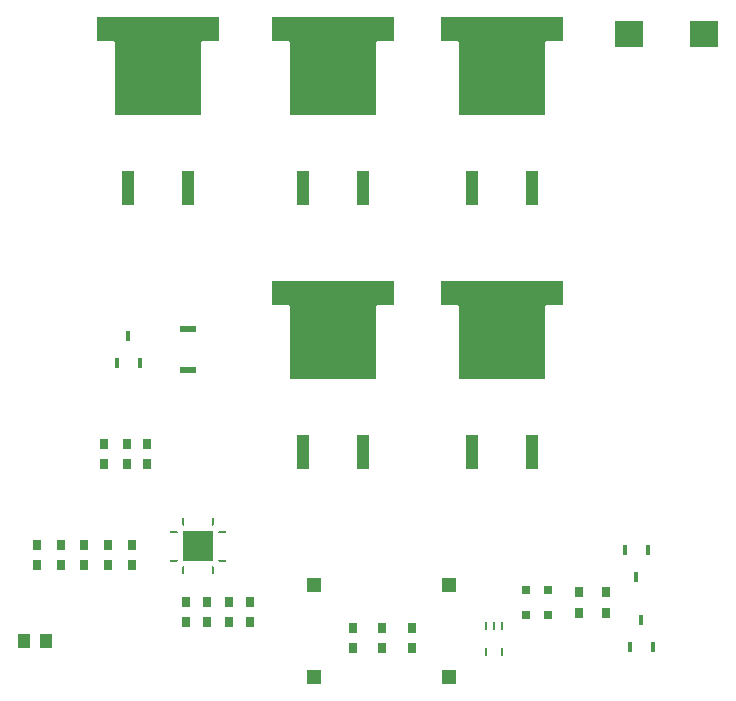
<source format=gbr>
G04 DipTrace 3.2.0.0*
G04 shoulder_mc_pcb_TopPaste.gbr*
%MOMM*%
G04 #@! TF.FileFunction,Paste,Top*
G04 #@! TF.Part,Single*
%AMOUTLINE2*
4,1,16,
5.2,2.075,
3.75,2.075,
3.71173,2.06739,
3.67929,2.04571,
3.65761,2.01327,
3.65,1.975,
3.65,-4.125,
-3.65,-4.125,
-3.65,1.975,
-3.65761,2.01327,
-3.67929,2.04571,
-3.71173,2.06739,
-3.75,2.075,
-5.2,2.075,
-5.2,4.125,
5.2,4.125,
5.2,2.075,
0*%
%AMOUTLINE5*
4,1,5,
-0.05,-0.325,
-0.05,0.325,
0.00858,0.325,
0.05,0.28358,
0.05,-0.325,
-0.05,-0.325,
0*%
%AMOUTLINE8*
4,1,5,
0.05,-0.325,
0.05,0.325,
-0.05,0.325,
-0.05,-0.28358,
-0.00858,-0.325,
0.05,-0.325,
0*%
%AMOUTLINE11*
4,1,5,
-0.325,-0.05,
0.325,-0.05,
0.325,0.00858,
0.28358,0.05,
-0.325,0.05,
-0.325,-0.05,
0*%
%AMOUTLINE14*
4,1,5,
0.325,0.05,
-0.325,0.05,
-0.325,-0.00858,
-0.28358,-0.05,
0.325,-0.05,
0.325,0.05,
0*%
%AMOUTLINE17*
4,1,5,
0.05,0.325,
0.05,-0.325,
-0.05,-0.325,
-0.05,0.28358,
-0.00858,0.325,
0.05,0.325,
0*%
%AMOUTLINE20*
4,1,5,
-0.05,-0.325,
-0.05,0.325,
0.05,0.325,
0.05,-0.28358,
0.00858,-0.325,
-0.05,-0.325,
0*%
%AMOUTLINE23*
4,1,5,
-0.325,0.05,
0.325,0.05,
0.325,-0.00858,
0.28358,-0.05,
-0.325,-0.05,
-0.325,0.05,
0*%
%AMOUTLINE26*
4,1,5,
0.325,-0.05,
-0.325,-0.05,
-0.325,0.00858,
-0.28358,0.05,
0.325,0.05,
0.325,-0.05,
0*%
%ADD50R,0.8X0.7*%
%ADD52R,0.2X0.7*%
%ADD54R,2.6X2.6*%
%ADD56R,0.1X0.65*%
%ADD58R,0.65X0.1*%
%ADD60R,1.1X2.9*%
%ADD62R,0.45X0.85*%
%ADD72R,1.1X1.3*%
%ADD74R,1.4X0.6*%
%ADD76R,2.4X2.2*%
%ADD80R,0.8X0.9*%
%ADD82R,1.3X1.3*%
%ADD90OUTLINE2*%
%ADD93OUTLINE5*%
%ADD96OUTLINE8*%
%ADD99OUTLINE11*%
%ADD102OUTLINE14*%
%ADD105OUTLINE17*%
%ADD108OUTLINE20*%
%ADD111OUTLINE23*%
%ADD114OUTLINE26*%
%FSLAX35Y35*%
G04*
G71*
G90*
G75*
G01*
G04 TopPaste*
%LPD*%
D80*
X2080000Y1300000D3*
Y1130000D3*
X2047873Y1984377D3*
Y2154377D3*
X2921000Y820000D3*
Y650000D3*
X2280000Y1130000D3*
Y1300000D3*
X2740000Y650000D3*
Y820000D3*
D76*
X6490000Y5630000D3*
X7130033D3*
D80*
X6070823Y730653D3*
Y900653D3*
D74*
X2762250Y3127373D3*
Y2787373D3*
D72*
X1560000Y490000D3*
X1370000D3*
D62*
X2159000Y2841627D3*
X2349000D3*
X2254000Y3071627D3*
D60*
X2250000Y4329000D3*
X2758000D3*
D90*
X2504000Y5361500D3*
D60*
X5160000Y4329000D3*
X5668000D3*
D90*
X5414000Y5361500D3*
D60*
X3730000Y4329000D3*
X4238000D3*
D90*
X3984000Y5361500D3*
D60*
X5160000Y2089000D3*
X5668000D3*
D90*
X5414000Y3121500D3*
D60*
X3730000Y2089000D3*
X4238000D3*
D90*
X3984000Y3121500D3*
D62*
X6502920Y440000D3*
X6692920D3*
X6597920Y670000D3*
X6650000Y1260000D3*
X6460000D3*
X6555000Y1030000D3*
D80*
X2413000Y1984377D3*
Y2154377D3*
X2238373Y1984377D3*
Y2154377D3*
X1480000Y1130000D3*
Y1300000D3*
X1680000Y1130000D3*
Y1300000D3*
X1880000Y1130000D3*
Y1300000D3*
X3102000Y820000D3*
Y650000D3*
X3283000Y820000D3*
Y650000D3*
X6300740Y900653D3*
Y730653D3*
X4155000Y597500D3*
Y427500D3*
X4402943Y597500D3*
Y427500D3*
X4650887Y597500D3*
Y427500D3*
D82*
X3825473Y968273D3*
Y188273D3*
X4968353Y968273D3*
Y188273D3*
D93*
X2970000Y1090000D3*
D58*
X2642000Y1367000D3*
Y1317000D3*
Y1267000D3*
Y1217000D3*
D56*
X2770000Y1090000D3*
X2820000D3*
X2870000D3*
X2920000D3*
D58*
X3048000Y1217000D3*
Y1267000D3*
Y1317000D3*
Y1367000D3*
D56*
X2920000Y1494000D3*
X2870000D3*
X2820000D3*
X2770000D3*
D54*
X2845000Y1292000D3*
D96*
X2720000Y1494000D3*
D99*
X2642000Y1417000D3*
D102*
X3048000Y1167000D3*
D105*
X2720000Y1090000D3*
D108*
X2970000Y1494000D3*
D111*
X2642000Y1167000D3*
D114*
X3048000Y1417000D3*
D52*
X5412807Y619060D3*
X5347807D3*
X5282807D3*
Y399060D3*
X5412807D3*
D50*
X5619160Y920653D3*
Y710653D3*
X5809160Y920653D3*
Y710653D3*
M02*

</source>
